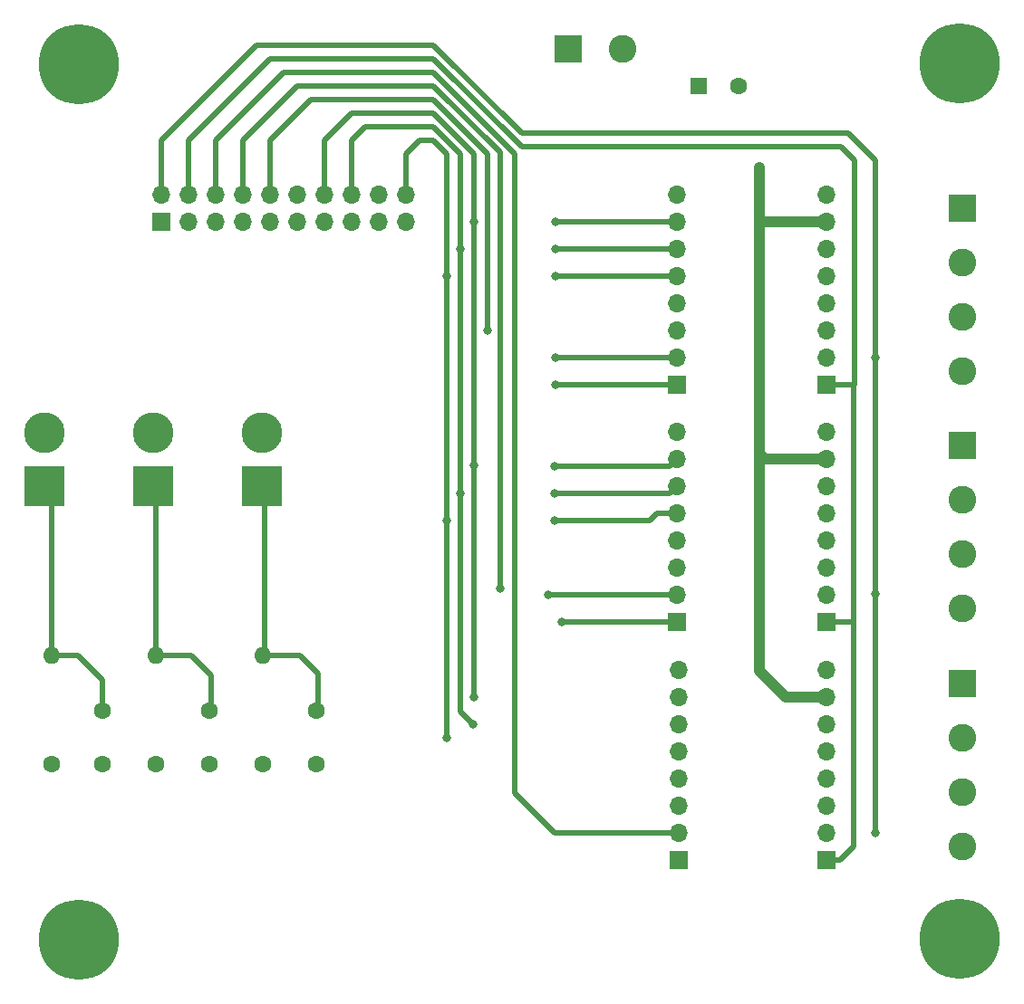
<source format=gbl>
%TF.GenerationSoftware,KiCad,Pcbnew,6.0.11+dfsg-1*%
%TF.CreationDate,2023-07-27T12:15:27+02:00*%
%TF.ProjectId,CartesianRobotElectricalDocs,43617274-6573-4696-916e-526f626f7445,rev?*%
%TF.SameCoordinates,Original*%
%TF.FileFunction,Copper,L2,Bot*%
%TF.FilePolarity,Positive*%
%FSLAX46Y46*%
G04 Gerber Fmt 4.6, Leading zero omitted, Abs format (unit mm)*
G04 Created by KiCad (PCBNEW 6.0.11+dfsg-1) date 2023-07-27 12:15:27*
%MOMM*%
%LPD*%
G01*
G04 APERTURE LIST*
%TA.AperFunction,ComponentPad*%
%ADD10R,1.700000X1.700000*%
%TD*%
%TA.AperFunction,ComponentPad*%
%ADD11O,1.700000X1.700000*%
%TD*%
%TA.AperFunction,ComponentPad*%
%ADD12C,7.500000*%
%TD*%
%TA.AperFunction,ComponentPad*%
%ADD13C,1.600000*%
%TD*%
%TA.AperFunction,ComponentPad*%
%ADD14O,1.600000X1.600000*%
%TD*%
%TA.AperFunction,ComponentPad*%
%ADD15C,2.600000*%
%TD*%
%TA.AperFunction,ComponentPad*%
%ADD16R,2.600000X2.600000*%
%TD*%
%TA.AperFunction,ComponentPad*%
%ADD17R,1.600000X1.600000*%
%TD*%
%TA.AperFunction,ComponentPad*%
%ADD18C,3.800000*%
%TD*%
%TA.AperFunction,ComponentPad*%
%ADD19R,3.800000X3.800000*%
%TD*%
%TA.AperFunction,ViaPad*%
%ADD20C,0.800000*%
%TD*%
%TA.AperFunction,Conductor*%
%ADD21C,1.000000*%
%TD*%
%TA.AperFunction,Conductor*%
%ADD22C,0.500000*%
%TD*%
G04 APERTURE END LIST*
D10*
%TO.P,REF\u002A\u002A,1*%
%TO.N,N/C*%
X181610000Y-115555000D03*
D11*
%TO.P,REF\u002A\u002A,2*%
X181610000Y-113015000D03*
%TO.P,REF\u002A\u002A,3*%
X181610000Y-110475000D03*
%TO.P,REF\u002A\u002A,4*%
X181610000Y-107935000D03*
%TO.P,REF\u002A\u002A,5*%
X181610000Y-105395000D03*
%TO.P,REF\u002A\u002A,6*%
X181610000Y-102855000D03*
%TO.P,REF\u002A\u002A,7*%
X181610000Y-100315000D03*
%TO.P,REF\u002A\u002A,8*%
X181610000Y-97775000D03*
%TD*%
D12*
%TO.P,REF\u002A\u002A,1*%
%TO.N,N/C*%
X111760000Y-41170000D03*
%TD*%
D13*
%TO.P,C6,2*%
%TO.N,N/C*%
X113985000Y-101640000D03*
%TO.P,C6,1*%
X113985000Y-106640000D03*
%TD*%
D10*
%TO.P,A4988,1*%
%TO.N,N/C*%
X167640000Y-71100000D03*
D11*
%TO.P,A4988,2*%
X167640000Y-68560000D03*
%TO.P,A4988,3*%
X167640000Y-66020000D03*
%TO.P,A4988,4*%
X167640000Y-63480000D03*
%TO.P,A4988,5*%
X167640000Y-60940000D03*
%TO.P,A4988,6*%
X167640000Y-58400000D03*
%TO.P,A4988,7*%
X167640000Y-55860000D03*
%TO.P,A4988,8*%
X167640000Y-53320000D03*
%TD*%
D14*
%TO.P,R1,2*%
%TO.N,N/C*%
X109220000Y-96480000D03*
D13*
%TO.P,R1,1*%
X109220000Y-106640000D03*
%TD*%
%TO.P,C4,2*%
%TO.N,N/C*%
X133985000Y-101640000D03*
%TO.P,C4,1*%
X133985000Y-106640000D03*
%TD*%
D15*
%TO.P,M2,4*%
%TO.N,N/C*%
X194310000Y-92049600D03*
%TO.P,M2,3*%
X194310000Y-86969600D03*
%TO.P,M2,2*%
X194310000Y-81889600D03*
D16*
%TO.P,M2,1*%
X194310000Y-76809600D03*
%TD*%
D14*
%TO.P,R3,2*%
%TO.N,N/C*%
X128985000Y-96480000D03*
D13*
%TO.P,R3,1*%
X128985000Y-106640000D03*
%TD*%
D16*
%TO.P,REF\u002A\u002A,1*%
%TO.N,N/C*%
X157475000Y-39675000D03*
D15*
%TO.P,REF\u002A\u002A,2*%
X162555000Y-39675000D03*
%TD*%
D17*
%TO.P,C1,1*%
%TO.N,N/C*%
X169647349Y-43180000D03*
D13*
%TO.P,C1,2*%
X173447349Y-43180000D03*
%TD*%
D18*
%TO.P,SW 3,2*%
%TO.N,N/C*%
X128905000Y-75645000D03*
D19*
%TO.P,SW 3,1*%
X128905000Y-80645000D03*
%TD*%
D12*
%TO.P,REF\u002A\u002A,1*%
%TO.N,N/C*%
X194032000Y-41086000D03*
%TD*%
D19*
%TO.P,SW 2,1*%
%TO.N,N/C*%
X118745000Y-80645000D03*
D18*
%TO.P,SW 2,2*%
X118745000Y-75645000D03*
%TD*%
D11*
%TO.P,A4988,8*%
%TO.N,N/C*%
X167640000Y-75539600D03*
%TO.P,A4988,7*%
X167640000Y-78079600D03*
%TO.P,A4988,6*%
X167640000Y-80619600D03*
%TO.P,A4988,5*%
X167640000Y-83159600D03*
%TO.P,A4988,4*%
X167640000Y-85699600D03*
%TO.P,A4988,3*%
X167640000Y-88239600D03*
%TO.P,A4988,2*%
X167640000Y-90779600D03*
D10*
%TO.P,A4988,1*%
X167640000Y-93319600D03*
%TD*%
D14*
%TO.P,R2,2*%
%TO.N,N/C*%
X118985000Y-96480000D03*
D13*
%TO.P,R2,1*%
X118985000Y-106640000D03*
%TD*%
D16*
%TO.P,M3,1*%
%TO.N,N/C*%
X194310000Y-54575000D03*
D15*
%TO.P,M3,2*%
X194310000Y-59655000D03*
%TO.P,M3,3*%
X194310000Y-64735000D03*
%TO.P,M3,4*%
X194310000Y-69815000D03*
%TD*%
D10*
%TO.P,REF\u002A\u002A,1*%
%TO.N,N/C*%
X119500000Y-55845000D03*
D11*
%TO.P,REF\u002A\u002A,2*%
X119500000Y-53305000D03*
%TO.P,REF\u002A\u002A,3*%
X122040000Y-55845000D03*
%TO.P,REF\u002A\u002A,4*%
X122040000Y-53305000D03*
%TO.P,REF\u002A\u002A,5*%
X124580000Y-55845000D03*
%TO.P,REF\u002A\u002A,6*%
X124580000Y-53305000D03*
%TO.P,REF\u002A\u002A,7*%
X127120000Y-55845000D03*
%TO.P,REF\u002A\u002A,8*%
X127120000Y-53305000D03*
%TO.P,REF\u002A\u002A,9*%
X129660000Y-55845000D03*
%TO.P,REF\u002A\u002A,10*%
X129660000Y-53305000D03*
%TO.P,REF\u002A\u002A,11*%
X132200000Y-55845000D03*
%TO.P,REF\u002A\u002A,12*%
X132200000Y-53305000D03*
%TO.P,REF\u002A\u002A,13*%
X134740000Y-55845000D03*
%TO.P,REF\u002A\u002A,14*%
X134740000Y-53305000D03*
%TO.P,REF\u002A\u002A,15*%
X137280000Y-55845000D03*
%TO.P,REF\u002A\u002A,16*%
X137280000Y-53305000D03*
%TO.P,REF\u002A\u002A,17*%
X139820000Y-55845000D03*
%TO.P,REF\u002A\u002A,18*%
X139820000Y-53305000D03*
%TO.P,REF\u002A\u002A,19*%
X142360000Y-55845000D03*
%TO.P,REF\u002A\u002A,20*%
X142360000Y-53305000D03*
%TD*%
D12*
%TO.P,REF\u002A\u002A,1*%
%TO.N,N/C*%
X194032000Y-122966699D03*
%TD*%
D10*
%TO.P,REF\u002A\u002A,1*%
%TO.N,N/C*%
X181610000Y-93319600D03*
D11*
%TO.P,REF\u002A\u002A,2*%
X181610000Y-90779600D03*
%TO.P,REF\u002A\u002A,3*%
X181610000Y-88239600D03*
%TO.P,REF\u002A\u002A,4*%
X181610000Y-85699600D03*
%TO.P,REF\u002A\u002A,5*%
X181610000Y-83159600D03*
%TO.P,REF\u002A\u002A,6*%
X181610000Y-80619600D03*
%TO.P,REF\u002A\u002A,7*%
X181610000Y-78079600D03*
%TO.P,REF\u002A\u002A,8*%
X181610000Y-75539600D03*
%TD*%
D13*
%TO.P,C5,2*%
%TO.N,N/C*%
X123985000Y-101640000D03*
%TO.P,C5,1*%
X123985000Y-106640000D03*
%TD*%
D12*
%TO.P,REF\u002A\u002A,1*%
%TO.N,N/C*%
X111760000Y-123050699D03*
%TD*%
D10*
%TO.P,A4988,1*%
%TO.N,N/C*%
X167792400Y-115570000D03*
D11*
%TO.P,A4988,2*%
X167792400Y-113030000D03*
%TO.P,A4988,3*%
X167792400Y-110490000D03*
%TO.P,A4988,4*%
X167792400Y-107950000D03*
%TO.P,A4988,5*%
X167792400Y-105410000D03*
%TO.P,A4988,6*%
X167792400Y-102870000D03*
%TO.P,A4988,7*%
X167792400Y-100330000D03*
%TO.P,A4988,8*%
X167792400Y-97790000D03*
%TD*%
D10*
%TO.P,REF\u002A\u002A,1*%
%TO.N,N/C*%
X181610000Y-71100000D03*
D11*
%TO.P,REF\u002A\u002A,2*%
X181610000Y-68560000D03*
%TO.P,REF\u002A\u002A,3*%
X181610000Y-66020000D03*
%TO.P,REF\u002A\u002A,4*%
X181610000Y-63480000D03*
%TO.P,REF\u002A\u002A,5*%
X181610000Y-60940000D03*
%TO.P,REF\u002A\u002A,6*%
X181610000Y-58400000D03*
%TO.P,REF\u002A\u002A,7*%
X181610000Y-55860000D03*
%TO.P,REF\u002A\u002A,8*%
X181610000Y-53320000D03*
%TD*%
D16*
%TO.P,M1,1*%
%TO.N,N/C*%
X194310000Y-99060000D03*
D15*
%TO.P,M1,2*%
X194310000Y-104140000D03*
%TO.P,M1,3*%
X194310000Y-109220000D03*
%TO.P,M1,4*%
X194310000Y-114300000D03*
%TD*%
D18*
%TO.P,SW 1,2*%
%TO.N,N/C*%
X108585000Y-75645000D03*
D19*
%TO.P,SW 1,1*%
X108585000Y-80645000D03*
%TD*%
D20*
%TO.N,*%
X186175000Y-68545000D03*
X151130000Y-90170000D03*
X155600400Y-90779600D03*
X156870400Y-93319600D03*
X156330000Y-55845000D03*
X186175000Y-113030000D03*
X146170000Y-104140000D03*
X148710000Y-78620000D03*
X186175000Y-90685000D03*
X148710000Y-55845000D03*
X148710000Y-100330000D03*
X148590000Y-102870000D03*
X146170000Y-83820000D03*
X156330000Y-58385000D03*
X156210000Y-81280000D03*
X156210000Y-78740000D03*
X147440000Y-58385000D03*
X149980000Y-66005000D03*
X156330000Y-60925000D03*
X156210000Y-83820000D03*
X147440000Y-81280000D03*
X156330000Y-68545000D03*
X146170000Y-60925000D03*
X156330000Y-71085000D03*
X175380000Y-50800000D03*
%TD*%
D21*
%TO.N,*%
X181610000Y-78079600D02*
X175869600Y-78079600D01*
X175869600Y-78079600D02*
X175380000Y-77590000D01*
X181610000Y-55860000D02*
X175395000Y-55860000D01*
X175395000Y-55860000D02*
X175380000Y-55845000D01*
D22*
X155600400Y-90779600D02*
X167640000Y-90779600D01*
X127120000Y-53305000D02*
X127120000Y-48225000D01*
X127120000Y-48225000D02*
X132200000Y-43145000D01*
X132200000Y-43145000D02*
X144900000Y-43145000D01*
X144900000Y-43145000D02*
X151130000Y-49375000D01*
X151130000Y-49375000D02*
X151130000Y-90170000D01*
X181610000Y-71100000D02*
X184045000Y-71100000D01*
X184045000Y-71100000D02*
X184150000Y-71205000D01*
X156330000Y-71085000D02*
X156345000Y-71100000D01*
X156345000Y-71100000D02*
X167640000Y-71100000D01*
X156330000Y-68545000D02*
X156345000Y-68560000D01*
X156345000Y-68560000D02*
X167640000Y-68560000D01*
X156330000Y-60925000D02*
X156345000Y-60940000D01*
X156345000Y-60940000D02*
X167640000Y-60940000D01*
X156330000Y-58385000D02*
X156345000Y-58400000D01*
X156345000Y-58400000D02*
X167640000Y-58400000D01*
X156330000Y-55845000D02*
X156345000Y-55860000D01*
X156345000Y-55860000D02*
X167640000Y-55860000D01*
X113985000Y-101640000D02*
X113985000Y-98745000D01*
X113985000Y-98745000D02*
X111720000Y-96480000D01*
X111720000Y-96480000D02*
X109220000Y-96480000D01*
X109220000Y-96480000D02*
X109220000Y-81280000D01*
X109220000Y-81280000D02*
X108585000Y-80645000D01*
X156870400Y-93319600D02*
X167640000Y-93319600D01*
X156210000Y-83820000D02*
X165100000Y-83820000D01*
X165100000Y-83820000D02*
X165760400Y-83159600D01*
X165760400Y-83159600D02*
X167640000Y-83159600D01*
X156210000Y-81280000D02*
X166979600Y-81280000D01*
X166979600Y-81280000D02*
X167640000Y-80619600D01*
X156210000Y-78740000D02*
X166979600Y-78740000D01*
X166979600Y-78740000D02*
X167640000Y-78079600D01*
X181610000Y-93319600D02*
X184124600Y-93319600D01*
X184124600Y-93319600D02*
X184151220Y-93346220D01*
X182895000Y-115555000D02*
X184150000Y-114300000D01*
X181610000Y-115555000D02*
X182895000Y-115555000D01*
X184150000Y-114300000D02*
X184150000Y-109181486D01*
X184150000Y-109181486D02*
X184151220Y-109181485D01*
X184151220Y-109181485D02*
X184151220Y-93346220D01*
X184151220Y-93346220D02*
X184150000Y-93345000D01*
X184150000Y-93345000D02*
X184150000Y-71205000D01*
X184150000Y-71205000D02*
X184255000Y-71100000D01*
D21*
X175380000Y-77590000D02*
X175380000Y-97910000D01*
X175380000Y-97910000D02*
X177800000Y-100330000D01*
X177800000Y-100330000D02*
X180710600Y-100330000D01*
X180710600Y-100330000D02*
X180746400Y-100365800D01*
D22*
X184255000Y-71100000D02*
X184270000Y-71085000D01*
D21*
X175380000Y-55845000D02*
X175380000Y-50800000D01*
X175380000Y-55845000D02*
X175380000Y-77590000D01*
D22*
X124580000Y-53305000D02*
X124580000Y-48225000D01*
X124580000Y-48225000D02*
X130930000Y-41875000D01*
X130930000Y-41875000D02*
X144900000Y-41875000D01*
X144900000Y-41875000D02*
X152520000Y-49495000D01*
X152520000Y-49495000D02*
X152520000Y-109340000D01*
X152520000Y-109340000D02*
X156210000Y-113030000D01*
X156210000Y-113030000D02*
X167640000Y-113030000D01*
X146170000Y-104140000D02*
X146170000Y-83820000D01*
X148590000Y-102870000D02*
X147440000Y-101720000D01*
X147440000Y-101720000D02*
X147440000Y-81280000D01*
X148710000Y-100330000D02*
X148710000Y-78620000D01*
X186175000Y-90685000D02*
X186175000Y-113030000D01*
X146170000Y-83820000D02*
X146170000Y-60925000D01*
X147440000Y-81280000D02*
X147440000Y-58385000D01*
X148710000Y-78620000D02*
X148710000Y-55845000D01*
X186175000Y-68545000D02*
X186175000Y-90685000D01*
X124105000Y-98291000D02*
X122259000Y-96445000D01*
X144900000Y-44415000D02*
X149980000Y-49495000D01*
X147440000Y-49495000D02*
X144900000Y-46955000D01*
X119500000Y-48225000D02*
X128390000Y-39335000D01*
X148710000Y-49495000D02*
X144900000Y-45685000D01*
X119105000Y-96445000D02*
X118945000Y-96285000D01*
X146170000Y-49495000D02*
X144900000Y-48225000D01*
X144900000Y-46955000D02*
X138550000Y-46955000D01*
X122259000Y-96445000D02*
X119105000Y-96445000D01*
X134105000Y-101605000D02*
X134105000Y-98131000D01*
X137280000Y-45685000D02*
X134740000Y-48225000D01*
X153155000Y-48860000D02*
X183000000Y-48860000D01*
X118945000Y-96285000D02*
X118945000Y-80940000D01*
X144900000Y-39335000D02*
X153155000Y-47590000D01*
X128390000Y-39335000D02*
X144900000Y-39335000D01*
X129660000Y-40605000D02*
X144900000Y-40605000D01*
X186175000Y-50130000D02*
X186175000Y-68545000D01*
X132419000Y-96445000D02*
X129105000Y-96445000D01*
X122040000Y-48225000D02*
X129660000Y-40605000D01*
X129660000Y-48225000D02*
X133470000Y-44415000D01*
X144900000Y-45685000D02*
X137280000Y-45685000D01*
X144900000Y-48225000D02*
X143630000Y-48225000D01*
X124105000Y-101605000D02*
X124105000Y-98291000D01*
X149980000Y-49495000D02*
X149980000Y-66005000D01*
X153155000Y-47590000D02*
X183635000Y-47590000D01*
X142360000Y-49495000D02*
X142360000Y-53305000D01*
X137280000Y-48225000D02*
X137280000Y-53305000D01*
X138550000Y-46955000D02*
X137280000Y-48225000D01*
X148710000Y-55845000D02*
X148710000Y-49495000D01*
X122040000Y-53305000D02*
X122040000Y-48225000D01*
X133470000Y-44415000D02*
X144900000Y-44415000D01*
X146170000Y-60925000D02*
X146170000Y-49495000D01*
X129660000Y-53305000D02*
X129660000Y-48225000D01*
X119500000Y-53305000D02*
X119500000Y-48225000D01*
X183000000Y-48860000D02*
X184270000Y-50130000D01*
X129105000Y-80940000D02*
X129105000Y-96445000D01*
X144900000Y-40605000D02*
X153155000Y-48860000D01*
X147440000Y-58385000D02*
X147440000Y-49495000D01*
X134105000Y-98131000D02*
X132419000Y-96445000D01*
X184270000Y-50130000D02*
X184270000Y-71085000D01*
X134740000Y-48225000D02*
X134740000Y-53305000D01*
X183635000Y-47590000D02*
X186175000Y-50130000D01*
X143630000Y-48225000D02*
X142360000Y-49495000D01*
%TD*%
M02*

</source>
